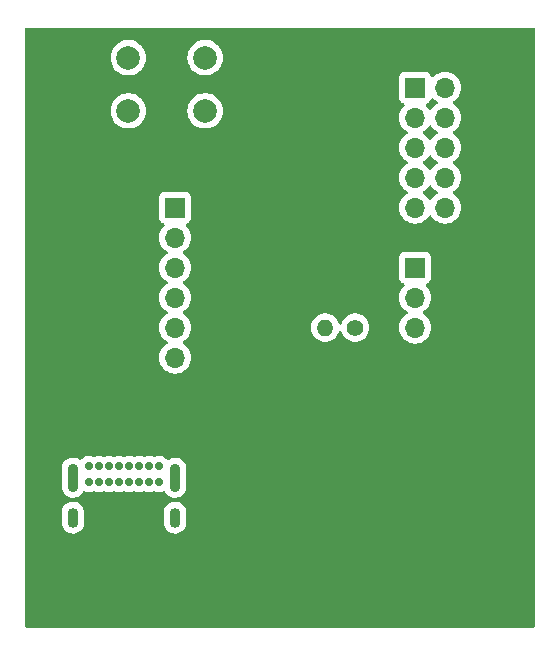
<source format=gbr>
%TF.GenerationSoftware,KiCad,Pcbnew,7.0.7*%
%TF.CreationDate,2023-09-08T17:32:34-05:00*%
%TF.ProjectId,Projects_zyxie2,50726f6a-6563-4747-935f-7a7978696532,rev?*%
%TF.SameCoordinates,Original*%
%TF.FileFunction,Copper,L2,Bot*%
%TF.FilePolarity,Positive*%
%FSLAX46Y46*%
G04 Gerber Fmt 4.6, Leading zero omitted, Abs format (unit mm)*
G04 Created by KiCad (PCBNEW 7.0.7) date 2023-09-08 17:32:34*
%MOMM*%
%LPD*%
G01*
G04 APERTURE LIST*
%TA.AperFunction,ComponentPad*%
%ADD10R,1.700000X1.700000*%
%TD*%
%TA.AperFunction,ComponentPad*%
%ADD11O,1.700000X1.700000*%
%TD*%
%TA.AperFunction,ComponentPad*%
%ADD12C,1.400000*%
%TD*%
%TA.AperFunction,ComponentPad*%
%ADD13O,1.400000X1.400000*%
%TD*%
%TA.AperFunction,ComponentPad*%
%ADD14C,0.700000*%
%TD*%
%TA.AperFunction,ComponentPad*%
%ADD15O,0.900000X2.400000*%
%TD*%
%TA.AperFunction,ComponentPad*%
%ADD16O,0.900000X1.700000*%
%TD*%
%TA.AperFunction,ComponentPad*%
%ADD17C,2.000000*%
%TD*%
G04 APERTURE END LIST*
D10*
%TO.P,J3,1,Pin_1*%
%TO.N,unconnected-(J3-Pin_1-Pad1)*%
X127000000Y-71120000D03*
D11*
%TO.P,J3,2,Pin_2*%
%TO.N,Net-(J3-Pin_2)*%
X129540000Y-71120000D03*
%TO.P,J3,3,Pin_3*%
%TO.N,unconnected-(J3-Pin_3-Pad3)*%
X127000000Y-73660000D03*
%TO.P,J3,4,Pin_4*%
%TO.N,Net-(J3-Pin_4)*%
X129540000Y-73660000D03*
%TO.P,J3,5,Pin_5*%
%TO.N,GND*%
X127000000Y-76200000D03*
%TO.P,J3,6,Pin_6*%
X129540000Y-76200000D03*
%TO.P,J3,7,Pin_7*%
%TO.N,unconnected-(J3-Pin_7-Pad7)*%
X127000000Y-78740000D03*
%TO.P,J3,8,Pin_8*%
%TO.N,unconnected-(J3-Pin_8-Pad8)*%
X129540000Y-78740000D03*
%TO.P,J3,9,Pin_9*%
%TO.N,unconnected-(J3-Pin_9-Pad9)*%
X127000000Y-81280000D03*
%TO.P,J3,10,Pin_10*%
%TO.N,unconnected-(J3-Pin_10-Pad10)*%
X129540000Y-81280000D03*
%TD*%
D10*
%TO.P,J1,1,Pin_1*%
%TO.N,unconnected-(J1-Pin_1-Pad1)*%
X106680000Y-81280000D03*
D11*
%TO.P,J1,2,Pin_2*%
%TO.N,Net-(J1-Pin_2)*%
X106680000Y-83820000D03*
%TO.P,J1,3,Pin_3*%
%TO.N,Net-(J1-Pin_3)*%
X106680000Y-86360000D03*
%TO.P,J1,4,Pin_4*%
%TO.N,unconnected-(J1-Pin_4-Pad4)*%
X106680000Y-88900000D03*
%TO.P,J1,5,Pin_5*%
%TO.N,unconnected-(J1-Pin_5-Pad5)*%
X106680000Y-91440000D03*
%TO.P,J1,6,Pin_6*%
%TO.N,GND*%
X106680000Y-93980000D03*
%TD*%
D10*
%TO.P,J2,1,Pin_1*%
%TO.N,GND*%
X127000000Y-86360000D03*
D11*
%TO.P,J2,2,Pin_2*%
%TO.N,Net-(J2-Pin_2)*%
X127000000Y-88900000D03*
%TO.P,J2,3,Pin_3*%
%TO.N,Net-(J2-Pin_3)*%
X127000000Y-91440000D03*
%TD*%
D12*
%TO.P,R1,1*%
%TO.N,Net-(D1-A)*%
X121920000Y-91440000D03*
D13*
%TO.P,R1,2*%
%TO.N,Net-(U1-PB0)*%
X119380000Y-91440000D03*
%TD*%
D14*
%TO.P,J4,A1,GND*%
%TO.N,GND*%
X99380000Y-103160000D03*
%TO.P,J4,A4,VBUS*%
%TO.N,+5V*%
X100230000Y-103160000D03*
%TO.P,J4,A5,CC1*%
%TO.N,unconnected-(J4-CC1-PadA5)*%
X101080000Y-103160000D03*
%TO.P,J4,A6,D+*%
%TO.N,unconnected-(J4-D+-PadA6)*%
X101930000Y-103160000D03*
%TO.P,J4,A7,D-*%
%TO.N,unconnected-(J4-D--PadA7)*%
X102780000Y-103160000D03*
%TO.P,J4,A8,SBU1*%
%TO.N,unconnected-(J4-SBU1-PadA8)*%
X103630000Y-103160000D03*
%TO.P,J4,A9,VBUS*%
%TO.N,+5V*%
X104480000Y-103160000D03*
%TO.P,J4,A12,GND*%
%TO.N,GND*%
X105330000Y-103160000D03*
%TO.P,J4,B1,GND*%
X105330000Y-104510000D03*
%TO.P,J4,B4,VBUS*%
%TO.N,+5V*%
X104480000Y-104510000D03*
%TO.P,J4,B5,CC2*%
%TO.N,unconnected-(J4-CC2-PadB5)*%
X103630000Y-104510000D03*
%TO.P,J4,B6,D+*%
%TO.N,unconnected-(J4-D+-PadB6)*%
X102780000Y-104510000D03*
%TO.P,J4,B7,D-*%
%TO.N,unconnected-(J4-D--PadB7)*%
X101930000Y-104510000D03*
%TO.P,J4,B8,SBU2*%
%TO.N,unconnected-(J4-SBU2-PadB8)*%
X101080000Y-104510000D03*
%TO.P,J4,B9,VBUS*%
%TO.N,+5V*%
X100230000Y-104510000D03*
%TO.P,J4,B12,GND*%
%TO.N,GND*%
X99380000Y-104510000D03*
D15*
%TO.P,J4,S1,SHIELD*%
X98030000Y-104140000D03*
D16*
X98030000Y-107520000D03*
D15*
X106680000Y-104140000D03*
D16*
X106680000Y-107520000D03*
%TD*%
D17*
%TO.P,SW1,1,1*%
%TO.N,Net-(U1-NRST)*%
X109220000Y-73080000D03*
X102720000Y-73080000D03*
%TO.P,SW1,2,2*%
%TO.N,GND*%
X109220000Y-68580000D03*
X102720000Y-68580000D03*
%TD*%
%TA.AperFunction,Conductor*%
%TO.N,+3V3*%
G36*
X128354854Y-79406546D02*
G01*
X128371574Y-79425841D01*
X128501505Y-79611401D01*
X128501506Y-79611402D01*
X128668597Y-79778493D01*
X128668603Y-79778498D01*
X128854158Y-79908425D01*
X128897783Y-79963002D01*
X128904977Y-80032500D01*
X128873454Y-80094855D01*
X128854158Y-80111575D01*
X128668597Y-80241505D01*
X128501508Y-80408594D01*
X128371574Y-80594159D01*
X128316997Y-80637784D01*
X128247498Y-80644976D01*
X128185144Y-80613454D01*
X128168424Y-80594158D01*
X128038494Y-80408597D01*
X127871402Y-80241506D01*
X127871396Y-80241501D01*
X127685842Y-80111575D01*
X127642217Y-80056998D01*
X127635023Y-79987500D01*
X127666546Y-79925145D01*
X127685842Y-79908425D01*
X127708026Y-79892891D01*
X127871401Y-79778495D01*
X128038495Y-79611401D01*
X128168426Y-79425840D01*
X128223001Y-79382217D01*
X128292499Y-79375023D01*
X128354854Y-79406546D01*
G37*
%TD.AperFunction*%
%TA.AperFunction,Conductor*%
G36*
X128354854Y-76866546D02*
G01*
X128371574Y-76885841D01*
X128501505Y-77071401D01*
X128501506Y-77071402D01*
X128668597Y-77238493D01*
X128668603Y-77238498D01*
X128854158Y-77368425D01*
X128897783Y-77423002D01*
X128904977Y-77492500D01*
X128873454Y-77554855D01*
X128854158Y-77571575D01*
X128668597Y-77701505D01*
X128501505Y-77868597D01*
X128371575Y-78054158D01*
X128316998Y-78097783D01*
X128247500Y-78104977D01*
X128185145Y-78073454D01*
X128168425Y-78054158D01*
X128038494Y-77868597D01*
X127871402Y-77701506D01*
X127871396Y-77701501D01*
X127685842Y-77571575D01*
X127642217Y-77516998D01*
X127635023Y-77447500D01*
X127666546Y-77385145D01*
X127685842Y-77368425D01*
X127708026Y-77352891D01*
X127871401Y-77238495D01*
X128038495Y-77071401D01*
X128168426Y-76885840D01*
X128223001Y-76842217D01*
X128292499Y-76835023D01*
X128354854Y-76866546D01*
G37*
%TD.AperFunction*%
%TA.AperFunction,Conductor*%
G36*
X128354854Y-74326546D02*
G01*
X128371574Y-74345841D01*
X128501505Y-74531401D01*
X128501506Y-74531402D01*
X128668597Y-74698493D01*
X128668603Y-74698498D01*
X128854158Y-74828425D01*
X128897783Y-74883002D01*
X128904977Y-74952500D01*
X128873454Y-75014855D01*
X128854158Y-75031575D01*
X128668597Y-75161505D01*
X128501505Y-75328597D01*
X128371575Y-75514158D01*
X128316998Y-75557783D01*
X128247500Y-75564977D01*
X128185145Y-75533454D01*
X128168425Y-75514158D01*
X128038494Y-75328597D01*
X127871402Y-75161506D01*
X127871396Y-75161501D01*
X127685842Y-75031575D01*
X127642217Y-74976998D01*
X127635023Y-74907500D01*
X127666546Y-74845145D01*
X127685842Y-74828425D01*
X127708026Y-74812891D01*
X127871401Y-74698495D01*
X128038495Y-74531401D01*
X128168426Y-74345840D01*
X128223001Y-74302217D01*
X128292499Y-74295023D01*
X128354854Y-74326546D01*
G37*
%TD.AperFunction*%
%TA.AperFunction,Conductor*%
G36*
X128518418Y-72015417D02*
G01*
X128546673Y-72036569D01*
X128668597Y-72158493D01*
X128668603Y-72158498D01*
X128854158Y-72288425D01*
X128897783Y-72343002D01*
X128904977Y-72412500D01*
X128873454Y-72474855D01*
X128854158Y-72491575D01*
X128668597Y-72621505D01*
X128501505Y-72788597D01*
X128371575Y-72974158D01*
X128316998Y-73017783D01*
X128247500Y-73024977D01*
X128185145Y-72993454D01*
X128168425Y-72974158D01*
X128038496Y-72788600D01*
X128038493Y-72788597D01*
X127916567Y-72666671D01*
X127883084Y-72605351D01*
X127888068Y-72535659D01*
X127929939Y-72479725D01*
X127960915Y-72462810D01*
X128092331Y-72413796D01*
X128207546Y-72327546D01*
X128293796Y-72212331D01*
X128342810Y-72080916D01*
X128384681Y-72024984D01*
X128450145Y-72000566D01*
X128518418Y-72015417D01*
G37*
%TD.AperFunction*%
%TA.AperFunction,Conductor*%
G36*
X137103039Y-66059685D02*
G01*
X137148794Y-66112489D01*
X137160000Y-66164000D01*
X137160000Y-116716000D01*
X137140315Y-116783039D01*
X137087511Y-116828794D01*
X137036000Y-116840000D01*
X94104000Y-116840000D01*
X94036961Y-116820315D01*
X93991206Y-116767511D01*
X93980000Y-116716000D01*
X93980000Y-107968207D01*
X97079500Y-107968207D01*
X97094154Y-108112322D01*
X97152022Y-108296759D01*
X97152029Y-108296774D01*
X97245839Y-108465788D01*
X97245842Y-108465793D01*
X97371758Y-108612466D01*
X97371759Y-108612468D01*
X97524624Y-108730794D01*
X97524627Y-108730796D01*
X97698184Y-108815930D01*
X97698188Y-108815931D01*
X97698186Y-108815931D01*
X97885317Y-108864383D01*
X97885320Y-108864383D01*
X97885326Y-108864385D01*
X98078390Y-108874176D01*
X98269474Y-108844903D01*
X98450753Y-108777764D01*
X98614807Y-108675509D01*
X98754919Y-108542323D01*
X98865353Y-108383658D01*
X98941587Y-108206012D01*
X98980500Y-108016656D01*
X98980500Y-107968207D01*
X105729500Y-107968207D01*
X105744154Y-108112322D01*
X105802022Y-108296759D01*
X105802029Y-108296774D01*
X105895839Y-108465788D01*
X105895842Y-108465793D01*
X106021758Y-108612466D01*
X106021759Y-108612468D01*
X106174624Y-108730794D01*
X106174627Y-108730796D01*
X106348184Y-108815930D01*
X106348188Y-108815931D01*
X106348186Y-108815931D01*
X106535317Y-108864383D01*
X106535320Y-108864383D01*
X106535326Y-108864385D01*
X106728390Y-108874176D01*
X106919474Y-108844903D01*
X107100753Y-108777764D01*
X107264807Y-108675509D01*
X107404919Y-108542323D01*
X107515353Y-108383658D01*
X107591587Y-108206012D01*
X107630500Y-108016656D01*
X107630500Y-107071794D01*
X107615845Y-106927679D01*
X107615845Y-106927677D01*
X107557977Y-106743240D01*
X107557975Y-106743236D01*
X107557974Y-106743232D01*
X107464159Y-106574209D01*
X107464158Y-106574208D01*
X107464157Y-106574206D01*
X107338241Y-106427533D01*
X107338240Y-106427531D01*
X107185375Y-106309205D01*
X107185371Y-106309203D01*
X107178396Y-106305781D01*
X107011816Y-106224070D01*
X107011814Y-106224069D01*
X107011811Y-106224068D01*
X107011813Y-106224068D01*
X106824682Y-106175616D01*
X106824676Y-106175615D01*
X106695964Y-106169087D01*
X106631610Y-106165824D01*
X106631609Y-106165824D01*
X106631607Y-106165824D01*
X106440533Y-106195095D01*
X106440521Y-106195098D01*
X106259251Y-106262234D01*
X106259242Y-106262238D01*
X106095196Y-106364488D01*
X105955080Y-106497677D01*
X105844646Y-106656342D01*
X105768413Y-106833987D01*
X105729500Y-107023343D01*
X105729500Y-107968207D01*
X98980500Y-107968207D01*
X98980500Y-107071794D01*
X98965845Y-106927679D01*
X98965845Y-106927677D01*
X98907977Y-106743240D01*
X98907975Y-106743236D01*
X98907974Y-106743232D01*
X98814159Y-106574209D01*
X98814158Y-106574208D01*
X98814157Y-106574206D01*
X98688241Y-106427533D01*
X98688240Y-106427531D01*
X98535375Y-106309205D01*
X98535371Y-106309203D01*
X98528396Y-106305781D01*
X98361816Y-106224070D01*
X98361814Y-106224069D01*
X98361811Y-106224068D01*
X98361813Y-106224068D01*
X98174682Y-106175616D01*
X98174676Y-106175615D01*
X98045964Y-106169087D01*
X97981610Y-106165824D01*
X97981609Y-106165824D01*
X97981607Y-106165824D01*
X97790533Y-106195095D01*
X97790521Y-106195098D01*
X97609251Y-106262234D01*
X97609242Y-106262238D01*
X97445196Y-106364488D01*
X97305080Y-106497677D01*
X97194646Y-106656342D01*
X97118413Y-106833987D01*
X97079500Y-107023343D01*
X97079500Y-107968207D01*
X93980000Y-107968207D01*
X93980000Y-104938207D01*
X97079500Y-104938207D01*
X97094154Y-105082322D01*
X97152022Y-105266759D01*
X97152029Y-105266774D01*
X97245839Y-105435788D01*
X97245842Y-105435793D01*
X97371758Y-105582466D01*
X97371759Y-105582468D01*
X97524624Y-105700794D01*
X97524627Y-105700796D01*
X97698184Y-105785930D01*
X97698188Y-105785931D01*
X97698186Y-105785931D01*
X97885317Y-105834383D01*
X97885320Y-105834383D01*
X97885326Y-105834385D01*
X98078390Y-105844176D01*
X98269474Y-105814903D01*
X98450753Y-105747764D01*
X98614807Y-105645509D01*
X98754919Y-105512323D01*
X98865353Y-105353658D01*
X98866878Y-105350103D01*
X98868240Y-105348455D01*
X98868406Y-105348158D01*
X98868461Y-105348188D01*
X98911402Y-105296260D01*
X98977970Y-105275034D01*
X99031262Y-105285720D01*
X99115733Y-105323329D01*
X99290609Y-105360500D01*
X99290610Y-105360500D01*
X99469389Y-105360500D01*
X99469391Y-105360500D01*
X99644267Y-105323329D01*
X99705065Y-105296260D01*
X99754563Y-105274222D01*
X99823813Y-105264937D01*
X99855434Y-105274221D01*
X99965733Y-105323329D01*
X100140609Y-105360500D01*
X100140610Y-105360500D01*
X100319389Y-105360500D01*
X100319391Y-105360500D01*
X100494267Y-105323329D01*
X100555065Y-105296260D01*
X100604563Y-105274222D01*
X100673813Y-105264937D01*
X100705434Y-105274221D01*
X100815733Y-105323329D01*
X100990609Y-105360500D01*
X100990610Y-105360500D01*
X101169389Y-105360500D01*
X101169391Y-105360500D01*
X101344267Y-105323329D01*
X101405065Y-105296260D01*
X101454563Y-105274222D01*
X101523813Y-105264937D01*
X101555434Y-105274221D01*
X101665733Y-105323329D01*
X101840609Y-105360500D01*
X101840610Y-105360500D01*
X102019389Y-105360500D01*
X102019391Y-105360500D01*
X102194267Y-105323329D01*
X102304565Y-105274220D01*
X102373814Y-105264937D01*
X102405432Y-105274219D01*
X102515733Y-105323329D01*
X102690609Y-105360500D01*
X102690610Y-105360500D01*
X102869389Y-105360500D01*
X102869391Y-105360500D01*
X103044267Y-105323329D01*
X103154565Y-105274220D01*
X103223814Y-105264937D01*
X103255432Y-105274219D01*
X103365733Y-105323329D01*
X103540609Y-105360500D01*
X103540610Y-105360500D01*
X103719389Y-105360500D01*
X103719391Y-105360500D01*
X103894267Y-105323329D01*
X104004565Y-105274220D01*
X104073814Y-105264937D01*
X104105432Y-105274219D01*
X104215733Y-105323329D01*
X104390609Y-105360500D01*
X104390610Y-105360500D01*
X104569389Y-105360500D01*
X104569391Y-105360500D01*
X104744267Y-105323329D01*
X104854565Y-105274220D01*
X104923814Y-105264937D01*
X104955432Y-105274219D01*
X105065733Y-105323329D01*
X105240609Y-105360500D01*
X105240610Y-105360500D01*
X105419389Y-105360500D01*
X105419391Y-105360500D01*
X105594267Y-105323329D01*
X105682288Y-105284139D01*
X105751536Y-105274855D01*
X105814813Y-105304483D01*
X105841141Y-105337241D01*
X105850254Y-105353659D01*
X105895839Y-105435788D01*
X105895842Y-105435792D01*
X105895842Y-105435793D01*
X106021758Y-105582466D01*
X106021759Y-105582468D01*
X106174624Y-105700794D01*
X106174627Y-105700796D01*
X106348184Y-105785930D01*
X106348188Y-105785931D01*
X106348186Y-105785931D01*
X106535317Y-105834383D01*
X106535320Y-105834383D01*
X106535326Y-105834385D01*
X106728390Y-105844176D01*
X106919474Y-105814903D01*
X107100753Y-105747764D01*
X107264807Y-105645509D01*
X107404919Y-105512323D01*
X107515353Y-105353658D01*
X107591587Y-105176012D01*
X107630500Y-104986656D01*
X107630500Y-103341794D01*
X107615845Y-103197679D01*
X107615845Y-103197677D01*
X107557977Y-103013240D01*
X107557975Y-103013236D01*
X107557974Y-103013232D01*
X107464159Y-102844209D01*
X107464158Y-102844208D01*
X107464157Y-102844206D01*
X107338241Y-102697533D01*
X107338240Y-102697531D01*
X107185375Y-102579205D01*
X107185371Y-102579203D01*
X107178396Y-102575781D01*
X107011816Y-102494070D01*
X107011814Y-102494069D01*
X107011811Y-102494068D01*
X107011813Y-102494068D01*
X106824682Y-102445616D01*
X106824676Y-102445615D01*
X106695964Y-102439087D01*
X106631610Y-102435824D01*
X106631609Y-102435824D01*
X106631607Y-102435824D01*
X106440533Y-102465095D01*
X106440521Y-102465098D01*
X106259251Y-102532234D01*
X106259245Y-102532237D01*
X106123243Y-102617006D01*
X106055938Y-102635761D01*
X105989177Y-102615151D01*
X105965503Y-102594745D01*
X105902235Y-102524478D01*
X105902232Y-102524476D01*
X105902231Y-102524475D01*
X105902230Y-102524474D01*
X105757593Y-102419388D01*
X105594267Y-102346671D01*
X105594265Y-102346670D01*
X105466594Y-102319533D01*
X105419391Y-102309500D01*
X105240609Y-102309500D01*
X105203438Y-102317400D01*
X105065734Y-102346670D01*
X105065729Y-102346672D01*
X104955434Y-102395778D01*
X104886184Y-102405062D01*
X104854566Y-102395778D01*
X104744270Y-102346672D01*
X104744265Y-102346670D01*
X104616594Y-102319533D01*
X104569391Y-102309500D01*
X104390609Y-102309500D01*
X104353438Y-102317400D01*
X104215734Y-102346670D01*
X104215729Y-102346672D01*
X104105433Y-102395778D01*
X104036183Y-102405062D01*
X104004565Y-102395778D01*
X103894267Y-102346671D01*
X103894265Y-102346670D01*
X103766594Y-102319533D01*
X103719391Y-102309500D01*
X103540609Y-102309500D01*
X103503439Y-102317400D01*
X103365734Y-102346670D01*
X103365729Y-102346672D01*
X103255434Y-102395778D01*
X103186184Y-102405062D01*
X103154566Y-102395778D01*
X103044270Y-102346672D01*
X103044265Y-102346670D01*
X102916594Y-102319533D01*
X102869391Y-102309500D01*
X102690609Y-102309500D01*
X102653438Y-102317400D01*
X102515734Y-102346670D01*
X102515729Y-102346672D01*
X102405434Y-102395778D01*
X102336184Y-102405062D01*
X102304566Y-102395778D01*
X102194270Y-102346672D01*
X102194265Y-102346670D01*
X102066594Y-102319533D01*
X102019391Y-102309500D01*
X101840609Y-102309500D01*
X101803438Y-102317400D01*
X101665734Y-102346670D01*
X101665729Y-102346672D01*
X101555434Y-102395778D01*
X101486184Y-102405062D01*
X101454566Y-102395778D01*
X101344270Y-102346672D01*
X101344265Y-102346670D01*
X101216594Y-102319533D01*
X101169391Y-102309500D01*
X100990609Y-102309500D01*
X100953439Y-102317400D01*
X100815734Y-102346670D01*
X100815729Y-102346672D01*
X100705434Y-102395778D01*
X100636184Y-102405062D01*
X100604566Y-102395778D01*
X100494270Y-102346672D01*
X100494265Y-102346670D01*
X100366594Y-102319533D01*
X100319391Y-102309500D01*
X100140609Y-102309500D01*
X100103439Y-102317400D01*
X99965734Y-102346670D01*
X99965729Y-102346672D01*
X99855434Y-102395778D01*
X99786184Y-102405062D01*
X99754566Y-102395778D01*
X99644270Y-102346672D01*
X99644265Y-102346670D01*
X99516594Y-102319533D01*
X99469391Y-102309500D01*
X99290609Y-102309500D01*
X99259954Y-102316015D01*
X99115733Y-102346670D01*
X99115728Y-102346672D01*
X98952408Y-102419387D01*
X98807768Y-102524475D01*
X98743876Y-102595434D01*
X98684389Y-102632082D01*
X98614532Y-102630751D01*
X98575829Y-102610519D01*
X98535373Y-102579204D01*
X98361816Y-102494070D01*
X98361814Y-102494069D01*
X98361811Y-102494068D01*
X98361813Y-102494068D01*
X98174682Y-102445616D01*
X98174676Y-102445615D01*
X98045964Y-102439087D01*
X97981610Y-102435824D01*
X97981609Y-102435824D01*
X97981607Y-102435824D01*
X97790533Y-102465095D01*
X97790521Y-102465098D01*
X97609251Y-102532234D01*
X97609242Y-102532238D01*
X97445196Y-102634488D01*
X97305080Y-102767677D01*
X97194646Y-102926342D01*
X97118413Y-103103987D01*
X97079500Y-103293343D01*
X97079500Y-104938207D01*
X93980000Y-104938207D01*
X93980000Y-93980000D01*
X105324341Y-93980000D01*
X105344936Y-94215403D01*
X105344938Y-94215413D01*
X105406094Y-94443655D01*
X105406096Y-94443659D01*
X105406097Y-94443663D01*
X105505964Y-94657829D01*
X105505965Y-94657830D01*
X105505967Y-94657834D01*
X105614281Y-94812521D01*
X105641505Y-94851401D01*
X105808599Y-95018495D01*
X105905384Y-95086264D01*
X106002165Y-95154032D01*
X106002167Y-95154033D01*
X106002170Y-95154035D01*
X106216337Y-95253903D01*
X106444592Y-95315063D01*
X106632918Y-95331539D01*
X106679999Y-95335659D01*
X106680000Y-95335659D01*
X106680001Y-95335659D01*
X106719234Y-95332226D01*
X106915408Y-95315063D01*
X107143663Y-95253903D01*
X107357830Y-95154035D01*
X107551401Y-95018495D01*
X107718495Y-94851401D01*
X107854035Y-94657830D01*
X107953903Y-94443663D01*
X108015063Y-94215408D01*
X108035659Y-93980000D01*
X108015063Y-93744592D01*
X107953903Y-93516337D01*
X107854035Y-93302171D01*
X107718495Y-93108599D01*
X107718494Y-93108597D01*
X107551402Y-92941506D01*
X107551396Y-92941501D01*
X107365842Y-92811575D01*
X107322217Y-92756998D01*
X107315023Y-92687500D01*
X107346546Y-92625145D01*
X107365842Y-92608425D01*
X107493204Y-92519245D01*
X107551401Y-92478495D01*
X107718495Y-92311401D01*
X107854035Y-92117830D01*
X107953903Y-91903663D01*
X108015063Y-91675408D01*
X108035659Y-91440000D01*
X118174357Y-91440000D01*
X118194884Y-91661535D01*
X118194885Y-91661537D01*
X118255769Y-91875523D01*
X118255775Y-91875538D01*
X118354938Y-92074683D01*
X118354943Y-92074691D01*
X118489020Y-92252238D01*
X118653437Y-92402123D01*
X118653439Y-92402125D01*
X118842595Y-92519245D01*
X118842596Y-92519245D01*
X118842599Y-92519247D01*
X119050060Y-92599618D01*
X119268757Y-92640500D01*
X119268759Y-92640500D01*
X119491241Y-92640500D01*
X119491243Y-92640500D01*
X119709940Y-92599618D01*
X119917401Y-92519247D01*
X120106562Y-92402124D01*
X120270981Y-92252236D01*
X120405058Y-92074689D01*
X120504229Y-91875528D01*
X120530734Y-91782371D01*
X120568013Y-91723278D01*
X120631323Y-91693721D01*
X120700562Y-91703083D01*
X120753749Y-91748393D01*
X120769266Y-91782372D01*
X120795769Y-91875523D01*
X120795775Y-91875538D01*
X120894938Y-92074683D01*
X120894943Y-92074691D01*
X121029020Y-92252238D01*
X121193437Y-92402123D01*
X121193439Y-92402125D01*
X121382595Y-92519245D01*
X121382596Y-92519245D01*
X121382599Y-92519247D01*
X121590060Y-92599618D01*
X121808757Y-92640500D01*
X121808759Y-92640500D01*
X122031241Y-92640500D01*
X122031243Y-92640500D01*
X122249940Y-92599618D01*
X122457401Y-92519247D01*
X122646562Y-92402124D01*
X122810981Y-92252236D01*
X122945058Y-92074689D01*
X123044229Y-91875528D01*
X123105115Y-91661536D01*
X123125643Y-91440000D01*
X125644341Y-91440000D01*
X125664936Y-91675403D01*
X125664938Y-91675413D01*
X125726094Y-91903655D01*
X125726096Y-91903659D01*
X125726097Y-91903663D01*
X125805845Y-92074683D01*
X125825965Y-92117830D01*
X125825967Y-92117834D01*
X125934281Y-92272521D01*
X125961505Y-92311401D01*
X126128599Y-92478495D01*
X126186796Y-92519245D01*
X126322165Y-92614032D01*
X126322167Y-92614033D01*
X126322170Y-92614035D01*
X126536337Y-92713903D01*
X126764592Y-92775063D01*
X126952918Y-92791539D01*
X126999999Y-92795659D01*
X127000000Y-92795659D01*
X127000001Y-92795659D01*
X127039234Y-92792226D01*
X127235408Y-92775063D01*
X127463663Y-92713903D01*
X127677830Y-92614035D01*
X127871401Y-92478495D01*
X128038495Y-92311401D01*
X128174035Y-92117830D01*
X128273903Y-91903663D01*
X128335063Y-91675408D01*
X128355659Y-91440000D01*
X128335063Y-91204592D01*
X128273903Y-90976337D01*
X128174035Y-90762171D01*
X128038495Y-90568599D01*
X128038494Y-90568597D01*
X127871402Y-90401506D01*
X127871401Y-90401505D01*
X127685842Y-90271575D01*
X127685841Y-90271574D01*
X127642216Y-90216997D01*
X127635024Y-90147498D01*
X127666546Y-90085144D01*
X127685836Y-90068428D01*
X127871401Y-89938495D01*
X128038495Y-89771401D01*
X128174035Y-89577830D01*
X128273903Y-89363663D01*
X128335063Y-89135408D01*
X128355659Y-88900000D01*
X128335063Y-88664592D01*
X128273903Y-88436337D01*
X128174035Y-88222171D01*
X128038495Y-88028599D01*
X127916567Y-87906671D01*
X127883084Y-87845351D01*
X127888068Y-87775659D01*
X127929939Y-87719725D01*
X127960915Y-87702810D01*
X128092331Y-87653796D01*
X128207546Y-87567546D01*
X128293796Y-87452331D01*
X128344091Y-87317483D01*
X128350500Y-87257873D01*
X128350499Y-85462128D01*
X128344091Y-85402517D01*
X128293796Y-85267669D01*
X128293795Y-85267668D01*
X128293793Y-85267664D01*
X128207547Y-85152455D01*
X128207544Y-85152452D01*
X128092335Y-85066206D01*
X128092328Y-85066202D01*
X127957482Y-85015908D01*
X127957483Y-85015908D01*
X127897883Y-85009501D01*
X127897881Y-85009500D01*
X127897873Y-85009500D01*
X127897864Y-85009500D01*
X126102129Y-85009500D01*
X126102123Y-85009501D01*
X126042516Y-85015908D01*
X125907671Y-85066202D01*
X125907664Y-85066206D01*
X125792455Y-85152452D01*
X125792452Y-85152455D01*
X125706206Y-85267664D01*
X125706202Y-85267671D01*
X125655908Y-85402517D01*
X125649501Y-85462116D01*
X125649501Y-85462123D01*
X125649500Y-85462135D01*
X125649500Y-87257870D01*
X125649501Y-87257876D01*
X125655908Y-87317483D01*
X125706202Y-87452328D01*
X125706206Y-87452335D01*
X125792452Y-87567544D01*
X125792455Y-87567547D01*
X125907664Y-87653793D01*
X125907671Y-87653797D01*
X126039081Y-87702810D01*
X126095015Y-87744681D01*
X126119432Y-87810145D01*
X126104580Y-87878418D01*
X126083430Y-87906673D01*
X125961503Y-88028600D01*
X125825965Y-88222169D01*
X125825964Y-88222171D01*
X125726098Y-88436335D01*
X125726094Y-88436344D01*
X125664938Y-88664586D01*
X125664936Y-88664596D01*
X125644341Y-88899999D01*
X125644341Y-88900000D01*
X125664936Y-89135403D01*
X125664938Y-89135413D01*
X125726094Y-89363655D01*
X125726096Y-89363659D01*
X125726097Y-89363663D01*
X125825964Y-89577829D01*
X125825965Y-89577830D01*
X125825967Y-89577834D01*
X125961501Y-89771395D01*
X125961506Y-89771402D01*
X126128597Y-89938493D01*
X126128603Y-89938498D01*
X126314158Y-90068425D01*
X126357783Y-90123002D01*
X126364977Y-90192500D01*
X126333454Y-90254855D01*
X126314158Y-90271575D01*
X126128597Y-90401505D01*
X125961505Y-90568597D01*
X125825965Y-90762169D01*
X125825964Y-90762171D01*
X125726098Y-90976335D01*
X125726094Y-90976344D01*
X125664938Y-91204586D01*
X125664936Y-91204596D01*
X125644341Y-91439999D01*
X125644341Y-91440000D01*
X123125643Y-91440000D01*
X123105115Y-91218464D01*
X123044229Y-91004472D01*
X123030223Y-90976344D01*
X122945061Y-90805316D01*
X122945056Y-90805308D01*
X122810979Y-90627761D01*
X122646562Y-90477876D01*
X122646560Y-90477874D01*
X122457404Y-90360754D01*
X122457398Y-90360752D01*
X122249940Y-90280382D01*
X122031243Y-90239500D01*
X121808757Y-90239500D01*
X121590060Y-90280382D01*
X121458864Y-90331207D01*
X121382601Y-90360752D01*
X121382595Y-90360754D01*
X121193439Y-90477874D01*
X121193437Y-90477876D01*
X121029020Y-90627761D01*
X120894943Y-90805308D01*
X120894938Y-90805316D01*
X120795775Y-91004461D01*
X120795769Y-91004476D01*
X120769266Y-91097627D01*
X120731987Y-91156721D01*
X120668677Y-91186278D01*
X120599438Y-91176916D01*
X120546251Y-91131606D01*
X120530734Y-91097627D01*
X120504230Y-91004476D01*
X120504229Y-91004472D01*
X120490223Y-90976344D01*
X120405061Y-90805316D01*
X120405056Y-90805308D01*
X120270979Y-90627761D01*
X120106562Y-90477876D01*
X120106560Y-90477874D01*
X119917404Y-90360754D01*
X119917398Y-90360752D01*
X119709940Y-90280382D01*
X119491243Y-90239500D01*
X119268757Y-90239500D01*
X119050060Y-90280382D01*
X118918864Y-90331207D01*
X118842601Y-90360752D01*
X118842595Y-90360754D01*
X118653439Y-90477874D01*
X118653437Y-90477876D01*
X118489020Y-90627761D01*
X118354943Y-90805308D01*
X118354938Y-90805316D01*
X118255775Y-91004461D01*
X118255769Y-91004476D01*
X118194885Y-91218462D01*
X118194884Y-91218464D01*
X118174357Y-91439999D01*
X118174357Y-91440000D01*
X108035659Y-91440000D01*
X108015063Y-91204592D01*
X107953903Y-90976337D01*
X107854035Y-90762171D01*
X107718495Y-90568599D01*
X107718494Y-90568597D01*
X107551402Y-90401506D01*
X107551401Y-90401505D01*
X107365842Y-90271575D01*
X107365841Y-90271574D01*
X107322216Y-90216997D01*
X107315024Y-90147498D01*
X107346546Y-90085144D01*
X107365836Y-90068428D01*
X107551401Y-89938495D01*
X107718495Y-89771401D01*
X107854035Y-89577830D01*
X107953903Y-89363663D01*
X108015063Y-89135408D01*
X108035659Y-88900000D01*
X108015063Y-88664592D01*
X107953903Y-88436337D01*
X107854035Y-88222171D01*
X107718495Y-88028599D01*
X107718494Y-88028597D01*
X107551402Y-87861506D01*
X107551396Y-87861501D01*
X107365842Y-87731575D01*
X107322217Y-87676998D01*
X107315023Y-87607500D01*
X107346546Y-87545145D01*
X107365842Y-87528425D01*
X107388026Y-87512891D01*
X107551401Y-87398495D01*
X107718495Y-87231401D01*
X107854035Y-87037830D01*
X107953903Y-86823663D01*
X108015063Y-86595408D01*
X108035659Y-86360000D01*
X108015063Y-86124592D01*
X107953903Y-85896337D01*
X107854035Y-85682171D01*
X107718495Y-85488599D01*
X107718494Y-85488597D01*
X107551402Y-85321506D01*
X107551401Y-85321505D01*
X107365842Y-85191575D01*
X107365841Y-85191574D01*
X107322216Y-85136997D01*
X107315024Y-85067498D01*
X107346546Y-85005144D01*
X107365836Y-84988428D01*
X107551401Y-84858495D01*
X107718495Y-84691401D01*
X107854035Y-84497830D01*
X107953903Y-84283663D01*
X108015063Y-84055408D01*
X108035659Y-83820000D01*
X108015063Y-83584592D01*
X107953903Y-83356337D01*
X107854035Y-83142171D01*
X107718495Y-82948599D01*
X107596567Y-82826671D01*
X107563084Y-82765351D01*
X107568068Y-82695659D01*
X107609939Y-82639725D01*
X107640915Y-82622810D01*
X107772331Y-82573796D01*
X107887546Y-82487546D01*
X107973796Y-82372331D01*
X108024091Y-82237483D01*
X108030500Y-82177873D01*
X108030499Y-81280000D01*
X125644341Y-81280000D01*
X125664936Y-81515403D01*
X125664938Y-81515413D01*
X125726094Y-81743655D01*
X125726096Y-81743659D01*
X125726097Y-81743663D01*
X125730000Y-81752032D01*
X125825965Y-81957830D01*
X125825967Y-81957834D01*
X125934281Y-82112521D01*
X125961505Y-82151401D01*
X126128599Y-82318495D01*
X126225384Y-82386264D01*
X126322165Y-82454032D01*
X126322167Y-82454033D01*
X126322170Y-82454035D01*
X126536337Y-82553903D01*
X126764592Y-82615063D01*
X126941034Y-82630500D01*
X126999999Y-82635659D01*
X127000000Y-82635659D01*
X127000001Y-82635659D01*
X127058966Y-82630500D01*
X127235408Y-82615063D01*
X127463663Y-82553903D01*
X127677830Y-82454035D01*
X127871401Y-82318495D01*
X128038495Y-82151401D01*
X128168426Y-81965840D01*
X128223001Y-81922217D01*
X128292499Y-81915023D01*
X128354854Y-81946546D01*
X128371574Y-81965841D01*
X128501505Y-82151401D01*
X128668599Y-82318495D01*
X128765384Y-82386264D01*
X128862165Y-82454032D01*
X128862167Y-82454033D01*
X128862170Y-82454035D01*
X129076337Y-82553903D01*
X129304592Y-82615063D01*
X129481034Y-82630500D01*
X129539999Y-82635659D01*
X129540000Y-82635659D01*
X129540001Y-82635659D01*
X129598966Y-82630500D01*
X129775408Y-82615063D01*
X130003663Y-82553903D01*
X130217830Y-82454035D01*
X130411401Y-82318495D01*
X130578495Y-82151401D01*
X130714035Y-81957830D01*
X130813903Y-81743663D01*
X130875063Y-81515408D01*
X130895659Y-81280000D01*
X130875063Y-81044592D01*
X130813903Y-80816337D01*
X130714035Y-80602171D01*
X130708425Y-80594158D01*
X130578494Y-80408597D01*
X130411402Y-80241506D01*
X130411396Y-80241501D01*
X130225842Y-80111575D01*
X130182217Y-80056998D01*
X130175023Y-79987500D01*
X130206546Y-79925145D01*
X130225842Y-79908425D01*
X130248026Y-79892891D01*
X130411401Y-79778495D01*
X130578495Y-79611401D01*
X130714035Y-79417830D01*
X130813903Y-79203663D01*
X130875063Y-78975408D01*
X130895659Y-78740000D01*
X130875063Y-78504592D01*
X130813903Y-78276337D01*
X130714035Y-78062171D01*
X130708425Y-78054158D01*
X130578494Y-77868597D01*
X130411402Y-77701506D01*
X130411396Y-77701501D01*
X130225842Y-77571575D01*
X130182217Y-77516998D01*
X130175023Y-77447500D01*
X130206546Y-77385145D01*
X130225842Y-77368425D01*
X130248026Y-77352891D01*
X130411401Y-77238495D01*
X130578495Y-77071401D01*
X130714035Y-76877830D01*
X130813903Y-76663663D01*
X130875063Y-76435408D01*
X130895659Y-76200000D01*
X130875063Y-75964592D01*
X130813903Y-75736337D01*
X130714035Y-75522171D01*
X130708425Y-75514158D01*
X130578494Y-75328597D01*
X130411402Y-75161506D01*
X130411396Y-75161501D01*
X130225842Y-75031575D01*
X130182217Y-74976998D01*
X130175023Y-74907500D01*
X130206546Y-74845145D01*
X130225842Y-74828425D01*
X130248026Y-74812891D01*
X130411401Y-74698495D01*
X130578495Y-74531401D01*
X130714035Y-74337830D01*
X130813903Y-74123663D01*
X130875063Y-73895408D01*
X130895659Y-73660000D01*
X130875063Y-73424592D01*
X130813903Y-73196337D01*
X130714035Y-72982171D01*
X130708425Y-72974158D01*
X130578494Y-72788597D01*
X130411402Y-72621506D01*
X130411396Y-72621501D01*
X130225842Y-72491575D01*
X130182217Y-72436998D01*
X130175023Y-72367500D01*
X130206546Y-72305145D01*
X130225842Y-72288425D01*
X130248026Y-72272891D01*
X130411401Y-72158495D01*
X130578495Y-71991401D01*
X130714035Y-71797830D01*
X130813903Y-71583663D01*
X130875063Y-71355408D01*
X130895659Y-71120000D01*
X130875063Y-70884592D01*
X130813903Y-70656337D01*
X130714035Y-70442171D01*
X130578495Y-70248599D01*
X130578494Y-70248597D01*
X130411402Y-70081506D01*
X130411395Y-70081501D01*
X130409965Y-70080500D01*
X130334518Y-70027671D01*
X130217834Y-69945967D01*
X130217830Y-69945965D01*
X130217829Y-69945964D01*
X130003663Y-69846097D01*
X130003659Y-69846096D01*
X130003655Y-69846094D01*
X129775413Y-69784938D01*
X129775403Y-69784936D01*
X129540001Y-69764341D01*
X129539999Y-69764341D01*
X129304596Y-69784936D01*
X129304586Y-69784938D01*
X129076344Y-69846094D01*
X129076335Y-69846098D01*
X128862171Y-69945964D01*
X128862169Y-69945965D01*
X128668600Y-70081503D01*
X128546673Y-70203430D01*
X128485350Y-70236914D01*
X128415658Y-70231930D01*
X128359725Y-70190058D01*
X128342810Y-70159081D01*
X128293797Y-70027671D01*
X128293793Y-70027664D01*
X128207547Y-69912455D01*
X128207544Y-69912452D01*
X128092335Y-69826206D01*
X128092328Y-69826202D01*
X127957482Y-69775908D01*
X127957483Y-69775908D01*
X127897883Y-69769501D01*
X127897881Y-69769500D01*
X127897873Y-69769500D01*
X127897864Y-69769500D01*
X126102129Y-69769500D01*
X126102123Y-69769501D01*
X126042516Y-69775908D01*
X125907671Y-69826202D01*
X125907664Y-69826206D01*
X125792455Y-69912452D01*
X125792452Y-69912455D01*
X125706206Y-70027664D01*
X125706202Y-70027671D01*
X125655908Y-70162517D01*
X125649501Y-70222116D01*
X125649500Y-70222135D01*
X125649500Y-72017870D01*
X125649501Y-72017876D01*
X125655908Y-72077483D01*
X125706202Y-72212328D01*
X125706206Y-72212335D01*
X125792452Y-72327544D01*
X125792455Y-72327547D01*
X125907664Y-72413793D01*
X125907671Y-72413797D01*
X126039081Y-72462810D01*
X126095015Y-72504681D01*
X126119432Y-72570145D01*
X126104580Y-72638418D01*
X126083430Y-72666673D01*
X125961503Y-72788600D01*
X125825965Y-72982169D01*
X125825964Y-72982171D01*
X125726098Y-73196335D01*
X125726094Y-73196344D01*
X125664938Y-73424586D01*
X125664936Y-73424596D01*
X125644341Y-73659999D01*
X125644341Y-73660000D01*
X125664936Y-73895403D01*
X125664938Y-73895413D01*
X125726094Y-74123655D01*
X125726096Y-74123659D01*
X125726097Y-74123663D01*
X125730000Y-74132032D01*
X125825965Y-74337830D01*
X125825967Y-74337834D01*
X125910688Y-74458827D01*
X125961504Y-74531400D01*
X125961506Y-74531402D01*
X126128597Y-74698493D01*
X126128603Y-74698498D01*
X126314158Y-74828425D01*
X126357783Y-74883002D01*
X126364977Y-74952500D01*
X126333454Y-75014855D01*
X126314158Y-75031575D01*
X126128597Y-75161505D01*
X125961505Y-75328597D01*
X125825965Y-75522169D01*
X125825964Y-75522171D01*
X125726098Y-75736335D01*
X125726094Y-75736344D01*
X125664938Y-75964586D01*
X125664936Y-75964596D01*
X125644341Y-76199999D01*
X125644341Y-76200000D01*
X125664936Y-76435403D01*
X125664938Y-76435413D01*
X125726094Y-76663655D01*
X125726096Y-76663659D01*
X125726097Y-76663663D01*
X125730000Y-76672032D01*
X125825965Y-76877830D01*
X125825967Y-76877834D01*
X125934281Y-77032521D01*
X125961504Y-77071400D01*
X125961506Y-77071402D01*
X126128597Y-77238493D01*
X126128603Y-77238498D01*
X126314158Y-77368425D01*
X126357783Y-77423002D01*
X126364977Y-77492500D01*
X126333454Y-77554855D01*
X126314158Y-77571575D01*
X126128597Y-77701505D01*
X125961505Y-77868597D01*
X125825965Y-78062169D01*
X125825964Y-78062171D01*
X125726098Y-78276335D01*
X125726094Y-78276344D01*
X125664938Y-78504586D01*
X125664936Y-78504596D01*
X125644341Y-78739999D01*
X125644341Y-78740000D01*
X125664936Y-78975403D01*
X125664938Y-78975413D01*
X125726094Y-79203655D01*
X125726096Y-79203659D01*
X125726097Y-79203663D01*
X125730000Y-79212032D01*
X125825965Y-79417830D01*
X125825967Y-79417834D01*
X125934281Y-79572521D01*
X125961504Y-79611400D01*
X125961506Y-79611402D01*
X126128597Y-79778493D01*
X126128603Y-79778498D01*
X126314158Y-79908425D01*
X126357783Y-79963002D01*
X126364977Y-80032500D01*
X126333454Y-80094855D01*
X126314158Y-80111575D01*
X126128597Y-80241505D01*
X125961505Y-80408597D01*
X125825965Y-80602169D01*
X125825964Y-80602171D01*
X125726098Y-80816335D01*
X125726094Y-80816344D01*
X125664938Y-81044586D01*
X125664936Y-81044596D01*
X125644341Y-81279999D01*
X125644341Y-81280000D01*
X108030499Y-81280000D01*
X108030499Y-80382128D01*
X108024091Y-80322517D01*
X107973796Y-80187669D01*
X107973795Y-80187668D01*
X107973793Y-80187664D01*
X107887547Y-80072455D01*
X107887544Y-80072452D01*
X107772335Y-79986206D01*
X107772328Y-79986202D01*
X107637482Y-79935908D01*
X107637483Y-79935908D01*
X107577883Y-79929501D01*
X107577881Y-79929500D01*
X107577873Y-79929500D01*
X107577864Y-79929500D01*
X105782129Y-79929500D01*
X105782123Y-79929501D01*
X105722516Y-79935908D01*
X105587671Y-79986202D01*
X105587664Y-79986206D01*
X105472455Y-80072452D01*
X105472452Y-80072455D01*
X105386206Y-80187664D01*
X105386202Y-80187671D01*
X105335908Y-80322517D01*
X105329501Y-80382116D01*
X105329501Y-80382123D01*
X105329500Y-80382135D01*
X105329500Y-82177870D01*
X105329501Y-82177876D01*
X105335908Y-82237483D01*
X105386202Y-82372328D01*
X105386206Y-82372335D01*
X105472452Y-82487544D01*
X105472455Y-82487547D01*
X105587664Y-82573793D01*
X105587671Y-82573797D01*
X105719081Y-82622810D01*
X105775015Y-82664681D01*
X105799432Y-82730145D01*
X105784580Y-82798418D01*
X105763430Y-82826673D01*
X105641503Y-82948600D01*
X105505965Y-83142169D01*
X105505964Y-83142171D01*
X105406098Y-83356335D01*
X105406094Y-83356344D01*
X105344938Y-83584586D01*
X105344936Y-83584596D01*
X105324341Y-83819999D01*
X105324341Y-83820000D01*
X105344936Y-84055403D01*
X105344938Y-84055413D01*
X105406094Y-84283655D01*
X105406096Y-84283659D01*
X105406097Y-84283663D01*
X105505964Y-84497829D01*
X105505965Y-84497830D01*
X105505967Y-84497834D01*
X105641501Y-84691395D01*
X105641506Y-84691402D01*
X105808597Y-84858493D01*
X105808603Y-84858498D01*
X105994158Y-84988425D01*
X106037783Y-85043002D01*
X106044977Y-85112500D01*
X106013454Y-85174855D01*
X105994158Y-85191575D01*
X105808597Y-85321505D01*
X105641505Y-85488597D01*
X105505965Y-85682169D01*
X105505964Y-85682171D01*
X105406098Y-85896335D01*
X105406094Y-85896344D01*
X105344938Y-86124586D01*
X105344936Y-86124596D01*
X105324341Y-86359999D01*
X105324341Y-86360000D01*
X105344936Y-86595403D01*
X105344938Y-86595413D01*
X105406094Y-86823655D01*
X105406096Y-86823659D01*
X105406097Y-86823663D01*
X105505965Y-87037830D01*
X105505967Y-87037834D01*
X105641501Y-87231395D01*
X105641506Y-87231402D01*
X105808597Y-87398493D01*
X105808603Y-87398498D01*
X105994158Y-87528425D01*
X106037783Y-87583002D01*
X106044977Y-87652500D01*
X106013454Y-87714855D01*
X105994158Y-87731575D01*
X105808597Y-87861505D01*
X105641505Y-88028597D01*
X105505965Y-88222169D01*
X105505964Y-88222171D01*
X105406098Y-88436335D01*
X105406094Y-88436344D01*
X105344938Y-88664586D01*
X105344936Y-88664596D01*
X105324341Y-88899999D01*
X105324341Y-88900000D01*
X105344936Y-89135403D01*
X105344938Y-89135413D01*
X105406094Y-89363655D01*
X105406096Y-89363659D01*
X105406097Y-89363663D01*
X105505964Y-89577829D01*
X105505965Y-89577830D01*
X105505967Y-89577834D01*
X105641501Y-89771395D01*
X105641506Y-89771402D01*
X105808597Y-89938493D01*
X105808603Y-89938498D01*
X105994158Y-90068425D01*
X106037783Y-90123002D01*
X106044977Y-90192500D01*
X106013454Y-90254855D01*
X105994158Y-90271575D01*
X105808597Y-90401505D01*
X105641505Y-90568597D01*
X105505965Y-90762169D01*
X105505964Y-90762171D01*
X105406098Y-90976335D01*
X105406094Y-90976344D01*
X105344938Y-91204586D01*
X105344936Y-91204596D01*
X105324341Y-91439999D01*
X105324341Y-91440000D01*
X105344936Y-91675403D01*
X105344938Y-91675413D01*
X105406094Y-91903655D01*
X105406096Y-91903659D01*
X105406097Y-91903663D01*
X105485845Y-92074683D01*
X105505965Y-92117830D01*
X105505967Y-92117834D01*
X105641501Y-92311395D01*
X105641506Y-92311402D01*
X105808597Y-92478493D01*
X105808603Y-92478498D01*
X105994158Y-92608425D01*
X106037783Y-92663002D01*
X106044977Y-92732500D01*
X106013454Y-92794855D01*
X105994158Y-92811575D01*
X105808597Y-92941505D01*
X105641505Y-93108597D01*
X105505965Y-93302169D01*
X105505964Y-93302171D01*
X105406098Y-93516335D01*
X105406094Y-93516344D01*
X105344938Y-93744586D01*
X105344936Y-93744596D01*
X105324341Y-93979999D01*
X105324341Y-93980000D01*
X93980000Y-93980000D01*
X93980000Y-73080005D01*
X101214357Y-73080005D01*
X101234890Y-73327812D01*
X101234892Y-73327824D01*
X101295936Y-73568881D01*
X101395826Y-73796606D01*
X101531833Y-74004782D01*
X101531836Y-74004785D01*
X101700256Y-74187738D01*
X101896491Y-74340474D01*
X102115190Y-74458828D01*
X102350386Y-74539571D01*
X102595665Y-74580500D01*
X102844335Y-74580500D01*
X103089614Y-74539571D01*
X103324810Y-74458828D01*
X103543509Y-74340474D01*
X103739744Y-74187738D01*
X103908164Y-74004785D01*
X104044173Y-73796607D01*
X104144063Y-73568881D01*
X104205108Y-73327821D01*
X104205109Y-73327812D01*
X104225643Y-73080005D01*
X107714357Y-73080005D01*
X107734890Y-73327812D01*
X107734892Y-73327824D01*
X107795936Y-73568881D01*
X107895826Y-73796606D01*
X108031833Y-74004782D01*
X108031836Y-74004785D01*
X108200256Y-74187738D01*
X108396491Y-74340474D01*
X108615190Y-74458828D01*
X108850386Y-74539571D01*
X109095665Y-74580500D01*
X109344335Y-74580500D01*
X109589614Y-74539571D01*
X109824810Y-74458828D01*
X110043509Y-74340474D01*
X110239744Y-74187738D01*
X110408164Y-74004785D01*
X110544173Y-73796607D01*
X110644063Y-73568881D01*
X110705108Y-73327821D01*
X110705109Y-73327812D01*
X110725643Y-73080005D01*
X110725643Y-73079994D01*
X110705109Y-72832187D01*
X110705107Y-72832175D01*
X110644063Y-72591118D01*
X110544173Y-72363393D01*
X110408166Y-72155217D01*
X110339768Y-72080917D01*
X110239744Y-71972262D01*
X110043509Y-71819526D01*
X110043507Y-71819525D01*
X110043506Y-71819524D01*
X109824811Y-71701172D01*
X109824802Y-71701169D01*
X109589616Y-71620429D01*
X109344335Y-71579500D01*
X109095665Y-71579500D01*
X108850383Y-71620429D01*
X108615197Y-71701169D01*
X108615188Y-71701172D01*
X108396493Y-71819524D01*
X108200257Y-71972261D01*
X108031833Y-72155217D01*
X107895826Y-72363393D01*
X107795936Y-72591118D01*
X107734892Y-72832175D01*
X107734890Y-72832187D01*
X107714357Y-73079994D01*
X107714357Y-73080005D01*
X104225643Y-73080005D01*
X104225643Y-73079994D01*
X104205109Y-72832187D01*
X104205107Y-72832175D01*
X104144063Y-72591118D01*
X104044173Y-72363393D01*
X103908166Y-72155217D01*
X103839768Y-72080917D01*
X103739744Y-71972262D01*
X103543509Y-71819526D01*
X103543507Y-71819525D01*
X103543506Y-71819524D01*
X103324811Y-71701172D01*
X103324802Y-71701169D01*
X103089616Y-71620429D01*
X102844335Y-71579500D01*
X102595665Y-71579500D01*
X102350383Y-71620429D01*
X102115197Y-71701169D01*
X102115188Y-71701172D01*
X101896493Y-71819524D01*
X101700257Y-71972261D01*
X101531833Y-72155217D01*
X101395826Y-72363393D01*
X101295936Y-72591118D01*
X101234892Y-72832175D01*
X101234890Y-72832187D01*
X101214357Y-73079994D01*
X101214357Y-73080005D01*
X93980000Y-73080005D01*
X93980000Y-68580005D01*
X101214357Y-68580005D01*
X101234890Y-68827812D01*
X101234892Y-68827824D01*
X101295936Y-69068881D01*
X101395826Y-69296606D01*
X101531833Y-69504782D01*
X101531836Y-69504785D01*
X101700256Y-69687738D01*
X101896491Y-69840474D01*
X102115190Y-69958828D01*
X102350386Y-70039571D01*
X102595665Y-70080500D01*
X102844335Y-70080500D01*
X103089614Y-70039571D01*
X103324810Y-69958828D01*
X103543509Y-69840474D01*
X103739744Y-69687738D01*
X103908164Y-69504785D01*
X104044173Y-69296607D01*
X104144063Y-69068881D01*
X104205108Y-68827821D01*
X104225643Y-68580005D01*
X107714357Y-68580005D01*
X107734890Y-68827812D01*
X107734892Y-68827824D01*
X107795936Y-69068881D01*
X107895826Y-69296606D01*
X108031833Y-69504782D01*
X108031836Y-69504785D01*
X108200256Y-69687738D01*
X108396491Y-69840474D01*
X108615190Y-69958828D01*
X108850386Y-70039571D01*
X109095665Y-70080500D01*
X109344335Y-70080500D01*
X109589614Y-70039571D01*
X109824810Y-69958828D01*
X110043509Y-69840474D01*
X110239744Y-69687738D01*
X110408164Y-69504785D01*
X110544173Y-69296607D01*
X110644063Y-69068881D01*
X110705108Y-68827821D01*
X110725643Y-68580000D01*
X110705108Y-68332179D01*
X110644063Y-68091119D01*
X110544173Y-67863393D01*
X110544173Y-67863392D01*
X110408166Y-67655217D01*
X110386557Y-67631744D01*
X110239744Y-67472262D01*
X110043509Y-67319526D01*
X110043507Y-67319525D01*
X110043506Y-67319524D01*
X109824811Y-67201172D01*
X109824802Y-67201169D01*
X109589616Y-67120429D01*
X109344335Y-67079500D01*
X109095665Y-67079500D01*
X108850383Y-67120429D01*
X108615197Y-67201169D01*
X108615188Y-67201172D01*
X108396493Y-67319524D01*
X108200257Y-67472261D01*
X108031833Y-67655217D01*
X107895826Y-67863393D01*
X107795936Y-68091118D01*
X107734892Y-68332175D01*
X107734890Y-68332187D01*
X107714357Y-68579994D01*
X107714357Y-68580005D01*
X104225643Y-68580005D01*
X104225643Y-68580000D01*
X104205108Y-68332179D01*
X104144063Y-68091119D01*
X104044173Y-67863393D01*
X104044173Y-67863392D01*
X103908166Y-67655217D01*
X103886557Y-67631744D01*
X103739744Y-67472262D01*
X103543509Y-67319526D01*
X103543507Y-67319525D01*
X103543506Y-67319524D01*
X103324811Y-67201172D01*
X103324802Y-67201169D01*
X103089616Y-67120429D01*
X102844335Y-67079500D01*
X102595665Y-67079500D01*
X102350383Y-67120429D01*
X102115197Y-67201169D01*
X102115188Y-67201172D01*
X101896493Y-67319524D01*
X101700257Y-67472261D01*
X101531833Y-67655217D01*
X101395826Y-67863393D01*
X101295936Y-68091118D01*
X101234892Y-68332175D01*
X101234890Y-68332187D01*
X101214357Y-68579994D01*
X101214357Y-68580005D01*
X93980000Y-68580005D01*
X93980000Y-66164000D01*
X93999685Y-66096961D01*
X94052489Y-66051206D01*
X94104000Y-66040000D01*
X137036000Y-66040000D01*
X137103039Y-66059685D01*
G37*
%TD.AperFunction*%
%TD*%
M02*

</source>
